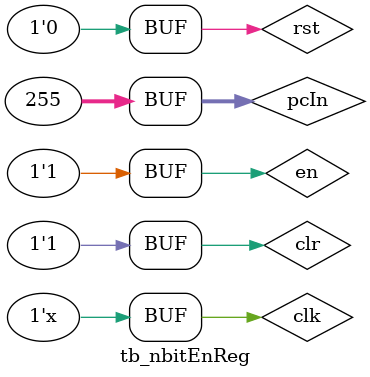
<source format=v>
`timescale 1ns / 1ps
module nbitEnReg #(parameter width = 32)
							(input [width-1:0] din,
							input clk, rst, en, clr,
							output reg [width-1:0] dout);
	always@(posedge clk) begin
		if (rst || clr) dout <= 0;
		else if (en) dout <= din;
		else dout <= dout;
	end
endmodule

module tb_nbitEnReg;
	parameter width = 32;
	reg clk, rst, en, clr;
	reg [width-1:0] pcIn;
	wire [width-1:0] pcOut;
	
	nbitEnReg #(.width(width)) t1 (.din(pcIn), .clk(clk), .rst(rst), .en(en), .clr(clr), .dout(pcOut));
	
	initial clk = 0;
	always #10 clk = ~clk;
	
	initial begin
		pcIn = 0; rst = 1; clr = 0;
		#10 rst = 0;
		#5 pcIn = 25;
		#5 en = 1;
		#10 pcIn = 1;
		#10 pcIn = 255;
		#5 clr = 1;
	end
endmodule

</source>
